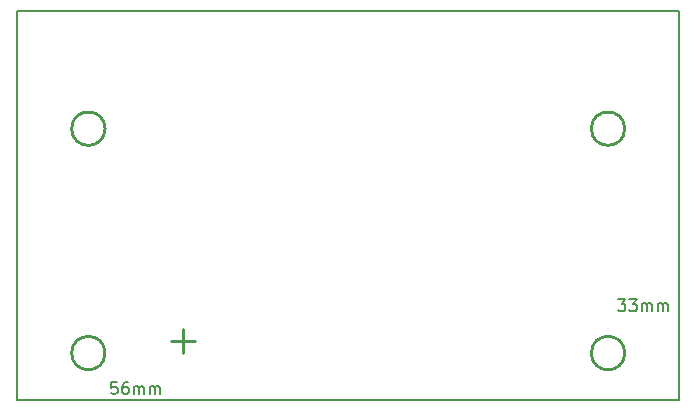
<source format=gbr>
%TF.GenerationSoftware,KiCad,Pcbnew,5.1.8*%
%TF.CreationDate,2021-02-12T19:11:50+01:00*%
%TF.ProjectId,breakout,62726561-6b6f-4757-942e-6b696361645f,rev?*%
%TF.SameCoordinates,Original*%
%TF.FileFunction,Other,ECO2*%
%FSLAX46Y46*%
G04 Gerber Fmt 4.6, Leading zero omitted, Abs format (unit mm)*
G04 Created by KiCad (PCBNEW 5.1.8) date 2021-02-12 19:11:50*
%MOMM*%
%LPD*%
G01*
G04 APERTURE LIST*
%ADD10C,0.250000*%
%ADD11C,0.150000*%
G04 APERTURE END LIST*
D10*
X137414214Y-67000000D02*
G75*
G03*
X137414214Y-67000000I-1414214J0D01*
G01*
X137414214Y-86000000D02*
G75*
G03*
X137414214Y-86000000I-1414214J0D01*
G01*
X181414214Y-86000000D02*
G75*
G03*
X181414214Y-86000000I-1414214J0D01*
G01*
X181414214Y-67000000D02*
G75*
G03*
X181414214Y-67000000I-1414214J0D01*
G01*
X145000000Y-85000000D02*
X143000000Y-85000000D01*
X144000000Y-84000000D02*
X144000000Y-86000000D01*
D11*
X180857142Y-81452380D02*
X181476190Y-81452380D01*
X181142857Y-81833333D01*
X181285714Y-81833333D01*
X181380952Y-81880952D01*
X181428571Y-81928571D01*
X181476190Y-82023809D01*
X181476190Y-82261904D01*
X181428571Y-82357142D01*
X181380952Y-82404761D01*
X181285714Y-82452380D01*
X181000000Y-82452380D01*
X180904761Y-82404761D01*
X180857142Y-82357142D01*
X181809523Y-81452380D02*
X182428571Y-81452380D01*
X182095238Y-81833333D01*
X182238095Y-81833333D01*
X182333333Y-81880952D01*
X182380952Y-81928571D01*
X182428571Y-82023809D01*
X182428571Y-82261904D01*
X182380952Y-82357142D01*
X182333333Y-82404761D01*
X182238095Y-82452380D01*
X181952380Y-82452380D01*
X181857142Y-82404761D01*
X181809523Y-82357142D01*
X182857142Y-82452380D02*
X182857142Y-81785714D01*
X182857142Y-81880952D02*
X182904761Y-81833333D01*
X183000000Y-81785714D01*
X183142857Y-81785714D01*
X183238095Y-81833333D01*
X183285714Y-81928571D01*
X183285714Y-82452380D01*
X183285714Y-81928571D02*
X183333333Y-81833333D01*
X183428571Y-81785714D01*
X183571428Y-81785714D01*
X183666666Y-81833333D01*
X183714285Y-81928571D01*
X183714285Y-82452380D01*
X184190476Y-82452380D02*
X184190476Y-81785714D01*
X184190476Y-81880952D02*
X184238095Y-81833333D01*
X184333333Y-81785714D01*
X184476190Y-81785714D01*
X184571428Y-81833333D01*
X184619047Y-81928571D01*
X184619047Y-82452380D01*
X184619047Y-81928571D02*
X184666666Y-81833333D01*
X184761904Y-81785714D01*
X184904761Y-81785714D01*
X185000000Y-81833333D01*
X185047619Y-81928571D01*
X185047619Y-82452380D01*
X138428571Y-88452380D02*
X137952380Y-88452380D01*
X137904761Y-88928571D01*
X137952380Y-88880952D01*
X138047619Y-88833333D01*
X138285714Y-88833333D01*
X138380952Y-88880952D01*
X138428571Y-88928571D01*
X138476190Y-89023809D01*
X138476190Y-89261904D01*
X138428571Y-89357142D01*
X138380952Y-89404761D01*
X138285714Y-89452380D01*
X138047619Y-89452380D01*
X137952380Y-89404761D01*
X137904761Y-89357142D01*
X139333333Y-88452380D02*
X139142857Y-88452380D01*
X139047619Y-88500000D01*
X139000000Y-88547619D01*
X138904761Y-88690476D01*
X138857142Y-88880952D01*
X138857142Y-89261904D01*
X138904761Y-89357142D01*
X138952380Y-89404761D01*
X139047619Y-89452380D01*
X139238095Y-89452380D01*
X139333333Y-89404761D01*
X139380952Y-89357142D01*
X139428571Y-89261904D01*
X139428571Y-89023809D01*
X139380952Y-88928571D01*
X139333333Y-88880952D01*
X139238095Y-88833333D01*
X139047619Y-88833333D01*
X138952380Y-88880952D01*
X138904761Y-88928571D01*
X138857142Y-89023809D01*
X139857142Y-89452380D02*
X139857142Y-88785714D01*
X139857142Y-88880952D02*
X139904761Y-88833333D01*
X140000000Y-88785714D01*
X140142857Y-88785714D01*
X140238095Y-88833333D01*
X140285714Y-88928571D01*
X140285714Y-89452380D01*
X140285714Y-88928571D02*
X140333333Y-88833333D01*
X140428571Y-88785714D01*
X140571428Y-88785714D01*
X140666666Y-88833333D01*
X140714285Y-88928571D01*
X140714285Y-89452380D01*
X141190476Y-89452380D02*
X141190476Y-88785714D01*
X141190476Y-88880952D02*
X141238095Y-88833333D01*
X141333333Y-88785714D01*
X141476190Y-88785714D01*
X141571428Y-88833333D01*
X141619047Y-88928571D01*
X141619047Y-89452380D01*
X141619047Y-88928571D02*
X141666666Y-88833333D01*
X141761904Y-88785714D01*
X141904761Y-88785714D01*
X142000000Y-88833333D01*
X142047619Y-88928571D01*
X142047619Y-89452380D01*
X186000000Y-57000000D02*
X130000000Y-57000000D01*
X186000000Y-90000000D02*
X186000000Y-57000000D01*
X130000000Y-90000000D02*
X186000000Y-90000000D01*
X130000000Y-57000000D02*
X130000000Y-90000000D01*
M02*

</source>
